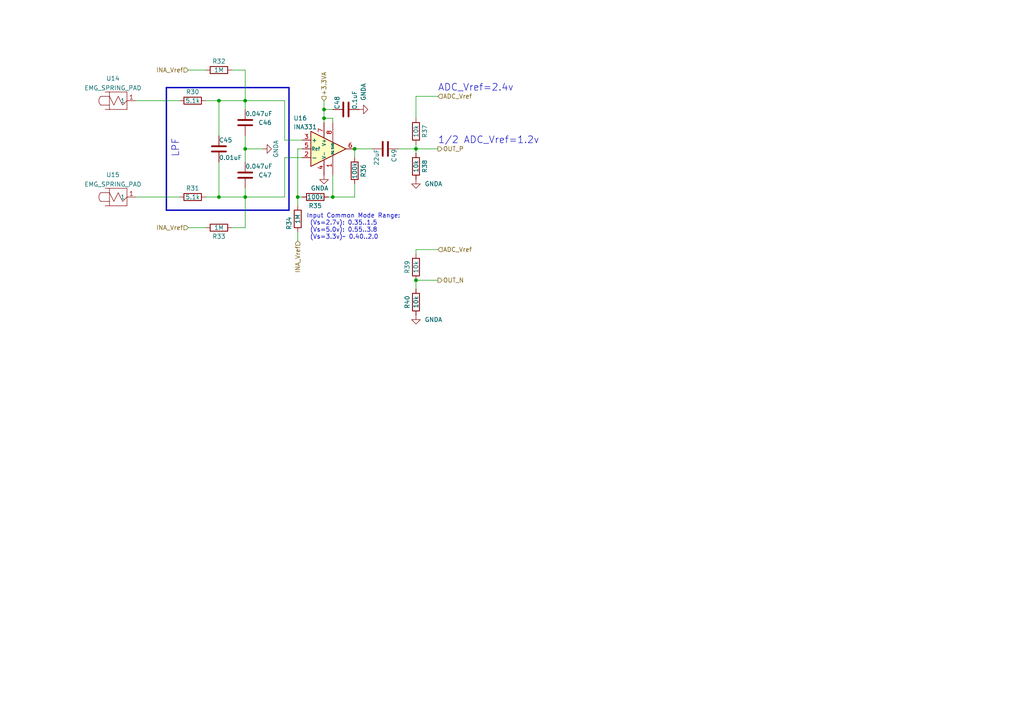
<source format=kicad_sch>
(kicad_sch (version 20230121) (generator eeschema)
  (paper "A4")
  (title_block (title "EMG-2x: Two channel EMG board") (date "2022-02-11") (rev "1") (company "Developed by Rf-lab.org"))
  (lib_symbols
    (symbol "ADS1299EMG8xR2-rescue:INA331-Amplifier_Instrumentation" (pin_names (offset 0.127))
      (property "Reference" "U" (at 3.81 3.81 0))
      (property "Value" "INA331-Amplifier_Instrumentation" (at 3.81 -2.54 0))
      (symbol "INA331-Amplifier_Instrumentation_0_1"
        (polyline (pts (xy 5.08 0) (xy -5.08 5.08) (xy -5.08 -5.08) (xy 5.08 0)) (stroke (width 0.254)) (fill (type background)))
      )
      (symbol "INA331-Amplifier_Instrumentation_1_1"
        (pin input line (at 1.27 -7.62 90) (length 5.6896) (name "RG") (number "1"))
        (pin input line (at -7.62 -2.54 0) (length 2.54) (name "-") (number "2"))
        (pin input line (at -7.62 2.54 0) (length 2.54) (name "+") (number "3"))
        (pin power_in line (at -1.27 -7.62 90) (length 4.4958) (name "V-") (number "4"))
        (pin input line (at -7.62 0 0) (length 2.54) (name "Ref") (number "5"))
        (pin output line (at 7.62 0 180) (length 2.54) (name "~") (number "6"))
        (pin power_in line (at -1.27 7.62 270) (length 4.4958) (name "V+") (number "7"))
        (pin input line (at 1.27 7.62 270) (length 5.6896) (name "SHD") (number "8"))
      )
    )
    (symbol "Device:C" (pin_numbers hide) (pin_names (offset 0.254))
      (property "Reference" "C" (at 0.635 2.54 0))
      (property "Value" "C" (at 0.635 -2.54 0))
      (symbol "C_0_1"
        (polyline (pts (xy -2.032 -0.762) (xy 2.032 -0.762)) (stroke (width 0.508)))
        (polyline (pts (xy -2.032 0.762) (xy 2.032 0.762)) (stroke (width 0.508)))
      )
      (symbol "C_1_1"
        (pin passive line (at 0 3.81 270) (length 2.794) (name "~") (number "1"))
        (pin passive line (at 0 -3.81 90) (length 2.794) (name "~") (number "2"))
      )
    )
    (symbol "Device:R" (pin_numbers hide) (pin_names (offset 0))
      (property "Reference" "R" (at 2.032 0 90))
      (property "Value" "R" (at 0 0 90))
      (symbol "R_0_1"
        (rectangle (start -1.016 -2.54) (end 1.016 2.54) (stroke (width 0.254)))
      )
      (symbol "R_1_1"
        (pin passive line (at 0 3.81 270) (length 1.27) (name "~") (number "1"))
        (pin passive line (at 0 -3.81 90) (length 1.27) (name "~") (number "2"))
      )
    )
    (symbol "espLib:EMG_SPRING_PAD"
      (property "Reference" "U" (at 0 0 0))
      (property "Value" "EMG_SPRING_PAD" (at 0 2.54 0))
      (symbol "EMG_SPRING_PAD_0_1"
        (polyline (pts (xy 2.54 0) (xy 8.89 0)) (stroke (width 0.1524)))
        (polyline (pts (xy 7.62 -3.81) (xy 10.16 -3.81)) (stroke (width 0.1524)))
        (polyline (pts (xy 7.62 -1.27) (xy 10.16 -1.27)) (stroke (width 0.1524)))
        (polyline (pts (xy 7.62 0) (xy 7.62 -5.08)) (stroke (width 0.1524)))
        (polyline (pts (xy 2.54 0) (xy 2.54 -5.08) (xy 8.89 -5.08)) (stroke (width 0.1524)))
        (polyline (pts (xy 2.54 -2.54) (xy 3.81 -1.27) (xy 5.08 -3.81) (xy 6.35 -1.27) (xy 7.62 -3.81)) (stroke (width 0.1524)))
        (arc (start 10.16 -3.81) (mid 10.6861 -2.54) (end 10.16 -1.27) (stroke (width 0.1524)))
      )
      (symbol "EMG_SPRING_PAD_1_1"
        (pin bidirectional line (at 0 -2.54 0) (length 2.54) (name "1") (number "1"))
      )
    )
    (symbol "power:GNDA" (power) (pin_names (offset 0))
      (property "Value" "GNDA" (at 0 -3.81 0))
      (symbol "GNDA_0_1"
        (polyline (pts (xy 0 0) (xy 0 -1.27) (xy 1.27 -1.27) (xy 0 -2.54) (xy -1.27 -1.27) (xy 0 -1.27)))
      )
      (symbol "GNDA_1_1"
        (pin power_in line (at 0 0 270) (length 0) hide (name "GNDA") (number "1"))
      )
    )
  )
  (junction (at 71.12 29.21))
  (junction (at 63.5 29.21))
  (junction (at 71.12 43.18))
  (junction (at 120.65 43.18))
  (junction (at 71.12 57.15))
  (junction (at 102.87 43.18))
  (junction (at 93.98 31.75))
  (junction (at 93.98 34.29))
  (junction (at 120.65 81.28))
  (junction (at 86.36 57.15))
  (junction (at 63.5 57.15))
  (junction (at 96.52 57.15))
  (wire (pts (xy 96.52 34.29) (xy 96.52 35.56)))
  (wire (pts (xy 71.12 29.21) (xy 71.12 31.75)))
  (wire (pts (xy 82.55 57.15) (xy 82.55 45.72)))
  (wire (pts (xy 63.5 39.37) (xy 63.5 29.21)))
  (wire (pts (xy 59.69 57.15) (xy 63.5 57.15)))
  (wire (pts (xy 120.65 81.28) (xy 127 81.28)))
  (wire (pts (xy 120.65 72.39) (xy 127 72.39)))
  (wire (pts (xy 54.61 66.04) (xy 59.69 66.04)))
  (wire (pts (xy 71.12 46.99) (xy 71.12 43.18)))
  (wire (pts (xy 54.61 20.32) (xy 59.69 20.32)))
  (wire (pts (xy 71.12 39.37) (xy 71.12 43.18)))
  (wire (pts (xy 87.63 43.18) (xy 86.36 43.18)))
  (wire (pts (xy 63.5 57.15) (xy 71.12 57.15)))
  (wire (pts (xy 76.2 43.18) (xy 71.12 43.18)))
  (wire (pts (xy 96.52 57.15) (xy 95.25 57.15)))
  (wire (pts (xy 120.65 43.18) (xy 127 43.18)))
  (wire (pts (xy 96.52 50.8) (xy 96.52 57.15)))
  (wire (pts (xy 102.87 43.18) (xy 102.87 45.72)))
  (wire (pts (xy 86.36 57.15) (xy 86.36 59.69)))
  (polyline (pts (xy 48.26 60.96) (xy 83.82 60.96)) (stroke (width 0.4)))
  (wire (pts (xy 115.57 43.18) (xy 120.65 43.18)))
  (wire (pts (xy 82.55 40.64) (xy 87.63 40.64)))
  (wire (pts (xy 82.55 45.72) (xy 87.63 45.72)))
  (wire (pts (xy 93.98 31.75) (xy 93.98 34.29)))
  (wire (pts (xy 102.87 43.18) (xy 107.95 43.18)))
  (wire (pts (xy 86.36 67.31) (xy 86.36 69.85)))
  (wire (pts (xy 39.37 29.21) (xy 52.07 29.21)))
  (wire (pts (xy 71.12 57.15) (xy 82.55 57.15)))
  (wire (pts (xy 63.5 29.21) (xy 71.12 29.21)))
  (wire (pts (xy 120.65 72.39) (xy 120.65 73.66)))
  (wire (pts (xy 120.65 41.91) (xy 120.65 43.18)))
  (wire (pts (xy 67.31 20.32) (xy 71.12 20.32)))
  (polyline (pts (xy 83.82 60.96) (xy 83.82 25.4)) (stroke (width 0.4)))
  (wire (pts (xy 120.65 81.28) (xy 120.65 83.82)))
  (wire (pts (xy 120.65 27.94) (xy 127 27.94)))
  (wire (pts (xy 82.55 29.21) (xy 71.12 29.21)))
  (polyline (pts (xy 83.82 25.4) (xy 48.26 25.4)) (stroke (width 0.4)))
  (wire (pts (xy 93.98 35.56) (xy 93.98 34.29)))
  (wire (pts (xy 102.87 57.15) (xy 96.52 57.15)))
  (wire (pts (xy 96.52 31.75) (xy 93.98 31.75)))
  (wire (pts (xy 63.5 46.99) (xy 63.5 57.15)))
  (wire (pts (xy 71.12 20.32) (xy 71.12 29.21)))
  (wire (pts (xy 120.65 27.94) (xy 120.65 34.29)))
  (wire (pts (xy 93.98 29.21) (xy 93.98 31.75)))
  (wire (pts (xy 82.55 29.21) (xy 82.55 40.64)))
  (wire (pts (xy 71.12 66.04) (xy 71.12 57.15)))
  (wire (pts (xy 86.36 43.18) (xy 86.36 57.15)))
  (polyline (pts (xy 48.26 25.4) (xy 48.26 60.96)) (stroke (width 0.4)))
  (wire (pts (xy 102.87 53.34) (xy 102.87 57.15)))
  (wire (pts (xy 39.37 57.15) (xy 52.07 57.15)))
  (wire (pts (xy 71.12 54.61) (xy 71.12 57.15)))
  (wire (pts (xy 86.36 57.15) (xy 87.63 57.15)))
  (wire (pts (xy 120.65 43.18) (xy 120.65 44.45)))
  (wire (pts (xy 67.31 66.04) (xy 71.12 66.04)))
  (wire (pts (xy 59.69 29.21) (xy 63.5 29.21)))
  (wire (pts (xy 96.52 34.29) (xy 93.98 34.29)))
  (text "LPF" (at 52.07 45.72 90) (effects (font (size 2 2)) (justify left bottom)))
  (text "ADC_Vref=2.4v" (at 127 26.67 0) (effects (font (size 2 2)) (justify left bottom)))
  (text "1/2 ADC_Vref=1.2v" (at 127 41.91 0) (effects (font (size 2 2)) (justify left bottom)))
  (text "Input Common Mode Range:\n (Vs=2.7v): 0.35..1.5\n (Vs=5.0v): 0.55..3.8\n (Vs=3.3v)~ 0.40..2.0\n\n\n" (at 88.9 73.66 0) (effects (font (size 1.27 1.27)) (justify left bottom)))
  (hierarchical_label "ADC_Vref" (shape input) (at 127 27.94 0))
  (hierarchical_label "ADC_Vref" (shape input) (at 127 72.39 0))
  (hierarchical_label "INA_Vref" (shape input) (at 86.36 69.85 270))
  (hierarchical_label "INA_Vref" (shape input) (at 54.61 20.32 180))
  (hierarchical_label "INA_Vref" (shape input) (at 54.61 66.04 180))
  (hierarchical_label "+3.3VA" (shape input) (at 93.98 29.21 90))
  (hierarchical_label "OUT_N" (shape output) (at 127 81.28 0))
  (hierarchical_label "OUT_P" (shape output) (at 127 43.18 0))
  (symbol (lib_id "Device:C") (at 111.76 43.18 270) (unit 1)
    (property "Reference" "C49" (at 114.3 43.18 0) (effects (justify left)))
    (property "Value" "22uF" (at 109.22 43.18 0) (effects (justify left)))
    (property "Footprint" "Capacitor_SMD:C_0805_2012Metric_Pad1.18x1.45mm_HandSolder" (effects hide))
    (instances (project "myocell2" (path "" (reference "C49") (unit 1)) (path "" (reference "C44") (unit 1))) (project "ADS1292EMG2x" (path "" (reference "C44") (unit 1)) (path "" (reference "C49") (unit 1))))
  )
  (symbol (lib_id "Device:R") (at 86.36 63.5 180) (unit 1)
    (property "Reference" "R34" (at 83.82 64.77 90))
    (property "Value" "1M" (at 86.36 63.5 90))
    (property "Footprint" "Resistor_SMD:R_0805_2012Metric_Pad1.20x1.40mm_HandSolder" (effects hide))
    (instances (project "myocell2" (path "" (reference "R34") (unit 1)) (path "" (reference "R23") (unit 1))) (project "ADS1292EMG2x" (path "" (reference "R23") (unit 1)) (path "" (reference "R34") (unit 1))))
  )
  (symbol (lib_id "power:GNDA") (at 76.2 43.18 90) (unit 1)
    (property "Reference" "#PWR083" (effects hide))
    (property "Value" "GNDA" (at 80.01 43.18 0))
    (instances (project "myocell2" (path "" (reference "#PWR083") (unit 1)) (path "" (reference "#PWR078") (unit 1))) (project "ADS1292EMG2x" (path "" (reference "#PWR078") (unit 1)) (path "" (reference "#PWR083") (unit 1))))
  )
  (symbol (lib_id "Device:R") (at 55.88 57.15 270) (unit 1)
    (property "Reference" "R31" (at 55.88 54.61 90))
    (property "Value" "5.1k" (at 55.88 57.15 90))
    (property "Footprint" "Resistor_SMD:R_0805_2012Metric_Pad1.20x1.40mm_HandSolder" (effects hide))
    (instances (project "myocell2" (path "" (reference "R31") (unit 1)) (path "" (reference "R20") (unit 1))) (project "ADS1292EMG2x" (path "" (reference "R20") (unit 1)) (path "" (reference "R31") (unit 1))))
  )
  (symbol (lib_id "Device:R") (at 63.5 66.04 90) (unit 1)
    (property "Reference" "R33" (at 63.5 68.58 90))
    (property "Value" "1M" (at 63.5 66.04 90))
    (property "Footprint" "Resistor_SMD:R_0805_2012Metric_Pad1.20x1.40mm_HandSolder" (effects hide))
    (instances (project "myocell2" (path "" (reference "R33") (unit 1)) (path "" (reference "R22") (unit 1))) (project "ADS1292EMG2x" (path "" (reference "R22") (unit 1)) (path "" (reference "R33") (unit 1))))
  )
  (symbol (lib_id "Device:R") (at 102.87 49.53 180) (unit 1)
    (property "Reference" "R36" (at 105.41 49.53 90))
    (property "Value" "100k" (at 102.87 49.53 90))
    (property "Footprint" "Resistor_SMD:R_0805_2012Metric_Pad1.20x1.40mm_HandSolder" (effects hide))
    (instances (project "myocell2" (path "" (reference "R36") (unit 1)) (path "" (reference "R25") (unit 1))) (project "ADS1292EMG2x" (path "" (reference "R25") (unit 1)) (path "" (reference "R36") (unit 1))))
  )
  (symbol (lib_id "Device:R") (at 91.44 57.15 270) (unit 1)
    (property "Reference" "R35" (at 91.44 59.69 90))
    (property "Value" "100k" (at 91.44 57.15 90))
    (property "Footprint" "Resistor_SMD:R_0805_2012Metric_Pad1.20x1.40mm_HandSolder" (effects hide))
    (instances (project "myocell2" (path "" (reference "R35") (unit 1)) (path "" (reference "R24") (unit 1))) (project "ADS1292EMG2x" (path "" (reference "R24") (unit 1)) (path "" (reference "R35") (unit 1))))
  )
  (symbol (lib_id "espLib:EMG_SPRING_PAD") (at 39.37 31.75 180) (unit 1)
    (property "Reference" "U14" (at 32.757 22.7543 0))
    (property "Value" "EMG_SPRING_PAD" (at 32.757 25.5294 0))
    (property "Footprint" "footprints:EMG_PAD_10_7" (effects hide))
    (instances (project "myocell2" (path "" (reference "U14") (unit 1)) (path "" (reference "U11") (unit 1))) (project "ADS1292EMG2x" (path "" (reference "U12") (unit 1)) (path "" (reference "U15") (unit 1))))
  )
  (symbol (lib_id "power:GNDA") (at 104.14 31.75 90) (unit 1)
    (property "Reference" "#PWR085" (effects hide))
    (property "Value" "GNDA" (at 105.41 26.67 0))
    (instances (project "myocell2" (path "" (reference "#PWR085") (unit 1)) (path "" (reference "#PWR080") (unit 1))) (project "ADS1292EMG2x" (path "" (reference "#PWR080") (unit 1)) (path "" (reference "#PWR085") (unit 1))))
  )
  (symbol (lib_id "Device:R") (at 120.65 87.63 0) (unit 1)
    (property "Reference" "R40" (at 118.11 87.63 90))
    (property "Value" "10k" (at 120.65 87.63 90))
    (property "Footprint" "Resistor_SMD:R_0805_2012Metric_Pad1.20x1.40mm_HandSolder" (effects hide))
    (instances (project "myocell2" (path "" (reference "R40") (unit 1)) (path "" (reference "R29") (unit 1))) (project "ADS1292EMG2x" (path "" (reference "R29") (unit 1)) (path "" (reference "R40") (unit 1))))
  )
  (symbol (lib_id "ADS1299EMG8xR2-rescue:INA331-Amplifier_Instrumentation") (at 95.25 43.18 0) (unit 1)
    (property "Reference" "U16" (at 85.09 34.29 0) (effects (justify left)))
    (property "Value" "INA331" (at 85.09 36.83 0) (effects (justify left)))
    (property "Footprint" "Package_SO:MSOP-8_3x3mm_P0.65mm" (effects hide))
    (property "Datasheet" "http://www.ti.com/lit/ds/symlink/ina282.pdf" (effects hide))
    (instances (project "myocell2" (path "" (reference "U16") (unit 1)) (path "" (reference "U13") (unit 1))) (project "ADS1292EMG2x" (path "" (reference "U14") (unit 1)) (path "" (reference "U17") (unit 1))))
  )
  (symbol (lib_id "Device:C") (at 71.12 35.56 0) (unit 1)
    (property "Reference" "C46" (at 74.93 35.56 0) (effects (justify left)))
    (property "Value" "0.047uF" (at 71.12 33.02 0) (effects (justify left)))
    (property "Footprint" "Capacitor_SMD:C_0805_2012Metric_Pad1.18x1.45mm_HandSolder" (effects hide))
    (instances (project "myocell2" (path "" (reference "C46") (unit 1)) (path "" (reference "C41") (unit 1))) (project "ADS1292EMG2x" (path "" (reference "C41") (unit 1)) (path "" (reference "C46") (unit 1))))
  )
  (symbol (lib_id "power:GNDA") (at 120.65 91.44 0) (unit 1)
    (property "Reference" "#PWR087" (effects hide))
    (property "Value" "GNDA" (at 125.73 92.71 0))
    (instances (project "myocell2" (path "" (reference "#PWR087") (unit 1)) (path "" (reference "#PWR082") (unit 1))) (project "ADS1292EMG2x" (path "" (reference "#PWR082") (unit 1)) (path "" (reference "#PWR087") (unit 1))))
  )
  (symbol (lib_id "espLib:EMG_SPRING_PAD") (at 39.37 59.69 180) (unit 1)
    (property "Reference" "U15" (at 32.757 50.6943 0))
    (property "Value" "EMG_SPRING_PAD" (at 32.757 53.4694 0))
    (property "Footprint" "footprints:EMG_PAD_10_7" (effects hide))
    (instances (project "myocell2" (path "" (reference "U15") (unit 1)) (path "" (reference "U12") (unit 1))) (project "ADS1292EMG2x" (path "" (reference "U13") (unit 1)) (path "" (reference "U16") (unit 1))))
  )
  (symbol (lib_id "Device:C") (at 63.5 43.18 0) (unit 1)
    (property "Reference" "C45" (at 63.5 40.64 0) (effects (justify left)))
    (property "Value" "0.01uF" (at 63.5 45.72 0) (effects (justify left)))
    (property "Footprint" "Capacitor_SMD:C_0805_2012Metric_Pad1.18x1.45mm_HandSolder" (effects hide))
    (instances (project "myocell2" (path "" (reference "C45") (unit 1)) (path "" (reference "C40") (unit 1))) (project "ADS1292EMG2x" (path "" (reference "C40") (unit 1)) (path "" (reference "C45") (unit 1))))
  )
  (symbol (lib_id "Device:R") (at 55.88 29.21 270) (unit 1)
    (property "Reference" "R30" (at 55.88 26.67 90))
    (property "Value" "5.1k" (at 55.88 29.21 90))
    (property "Footprint" "Resistor_SMD:R_0805_2012Metric_Pad1.20x1.40mm_HandSolder" (effects hide))
    (instances (project "myocell2" (path "" (reference "R30") (unit 1)) (path "" (reference "R19") (unit 1))) (project "ADS1292EMG2x" (path "" (reference "R19") (unit 1)) (path "" (reference "R30") (unit 1))))
  )
  (symbol (lib_id "Device:C") (at 71.12 50.8 0) (unit 1)
    (property "Reference" "C47" (at 74.93 50.8 0) (effects (justify left)))
    (property "Value" "0.047uF" (at 71.12 48.26 0) (effects (justify left)))
    (property "Footprint" "Capacitor_SMD:C_0805_2012Metric_Pad1.18x1.45mm_HandSolder" (effects hide))
    (instances (project "myocell2" (path "" (reference "C47") (unit 1)) (path "" (reference "C42") (unit 1))) (project "ADS1292EMG2x" (path "" (reference "C42") (unit 1)) (path "" (reference "C47") (unit 1))))
  )
  (symbol (lib_id "power:GNDA") (at 93.98 50.8 0) (unit 1)
    (property "Reference" "#PWR084" (effects hide))
    (property "Value" "GNDA" (at 92.71 54.61 0))
    (instances (project "myocell2" (path "" (reference "#PWR084") (unit 1)) (path "" (reference "#PWR079") (unit 1))) (project "ADS1292EMG2x" (path "" (reference "#PWR079") (unit 1)) (path "" (reference "#PWR084") (unit 1))))
  )
  (symbol (lib_id "Device:C") (at 100.33 31.75 90) (unit 1)
    (property "Reference" "C48" (at 97.79 31.75 0) (effects (justify left)))
    (property "Value" "0.1uF" (at 102.87 31.75 0) (effects (justify left)))
    (property "Footprint" "Capacitor_SMD:C_0805_2012Metric_Pad1.18x1.45mm_HandSolder" (effects hide))
    (instances (project "myocell2" (path "" (reference "C48") (unit 1)) (path "" (reference "C43") (unit 1))) (project "ADS1292EMG2x" (path "" (reference "C43") (unit 1)) (path "" (reference "C48") (unit 1))))
  )
  (symbol (lib_id "Device:R") (at 120.65 77.47 0) (unit 1)
    (property "Reference" "R39" (at 118.11 77.47 90))
    (property "Value" "10k" (at 120.65 77.47 90))
    (property "Footprint" "Resistor_SMD:R_0805_2012Metric_Pad1.20x1.40mm_HandSolder" (effects hide))
    (instances (project "myocell2" (path "" (reference "R39") (unit 1)) (path "" (reference "R28") (unit 1))) (project "ADS1292EMG2x" (path "" (reference "R28") (unit 1)) (path "" (reference "R39") (unit 1))))
  )
  (symbol (lib_id "Device:R") (at 120.65 48.26 180) (unit 1)
    (property "Reference" "R38" (at 123.19 48.26 90))
    (property "Value" "10k" (at 120.65 48.26 90))
    (property "Footprint" "Resistor_SMD:R_0805_2012Metric_Pad1.20x1.40mm_HandSolder" (effects hide))
    (instances (project "myocell2" (path "" (reference "R38") (unit 1)) (path "" (reference "R27") (unit 1))) (project "ADS1292EMG2x" (path "" (reference "R27") (unit 1)) (path "" (reference "R38") (unit 1))))
  )
  (symbol (lib_id "Device:R") (at 120.65 38.1 180) (unit 1)
    (property "Reference" "R37" (at 123.19 38.1 90))
    (property "Value" "10k" (at 120.65 38.1 90))
    (property "Footprint" "Resistor_SMD:R_0805_2012Metric_Pad1.20x1.40mm_HandSolder" (effects hide))
    (instances (project "myocell2" (path "" (reference "R37") (unit 1)) (path "" (reference "R26") (unit 1))) (project "ADS1292EMG2x" (path "" (reference "R26") (unit 1)) (path "" (reference "R37") (unit 1))))
  )
  (symbol (lib_id "Device:R") (at 63.5 20.32 270) (unit 1)
    (property "Reference" "R32" (at 63.5 17.78 90))
    (property "Value" "1M" (at 63.5 20.32 90))
    (property "Footprint" "Resistor_SMD:R_0805_2012Metric_Pad1.20x1.40mm_HandSolder" (effects hide))
    (instances (project "myocell2" (path "" (reference "R32") (unit 1)) (path "" (reference "R21") (unit 1))) (project "ADS1292EMG2x" (path "" (reference "R21") (unit 1)) (path "" (reference "R32") (unit 1))))
  )
  (symbol (lib_id "power:GNDA") (at 120.65 52.07 0) (unit 1)
    (property "Reference" "#PWR086" (effects hide))
    (property "Value" "GNDA" (at 125.73 53.34 0))
    (instances (project "myocell2" (path "" (reference "#PWR086") (unit 1)) (path "" (reference "#PWR081") (unit 1))) (project "ADS1292EMG2x" (path "" (reference "#PWR081") (unit 1)) (path "" (reference "#PWR086") (unit 1))))
  )
)
</source>
